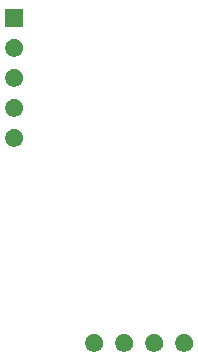
<source format=gbs>
G04 #@! TF.GenerationSoftware,KiCad,Pcbnew,(5.1.6-0-10_14)*
G04 #@! TF.CreationDate,2022-12-26T18:06:38+09:00*
G04 #@! TF.ProjectId,cool536trackballparts,636f6f6c-3533-4367-9472-61636b62616c,rev?*
G04 #@! TF.SameCoordinates,Original*
G04 #@! TF.FileFunction,Soldermask,Bot*
G04 #@! TF.FilePolarity,Negative*
%FSLAX46Y46*%
G04 Gerber Fmt 4.6, Leading zero omitted, Abs format (unit mm)*
G04 Created by KiCad (PCBNEW (5.1.6-0-10_14)) date 2022-12-26 18:06:38*
%MOMM*%
%LPD*%
G01*
G04 APERTURE LIST*
%ADD10C,0.100000*%
G04 APERTURE END LIST*
D10*
G36*
X51074425Y-69294599D02*
G01*
X51198621Y-69319302D01*
X51335022Y-69375801D01*
X51457779Y-69457825D01*
X51562175Y-69562221D01*
X51644199Y-69684978D01*
X51700698Y-69821379D01*
X51729500Y-69966181D01*
X51729500Y-70113819D01*
X51700698Y-70258621D01*
X51644199Y-70395022D01*
X51562175Y-70517779D01*
X51457779Y-70622175D01*
X51335022Y-70704199D01*
X51198621Y-70760698D01*
X51074425Y-70785401D01*
X51053820Y-70789500D01*
X50906180Y-70789500D01*
X50885575Y-70785401D01*
X50761379Y-70760698D01*
X50624978Y-70704199D01*
X50502221Y-70622175D01*
X50397825Y-70517779D01*
X50315801Y-70395022D01*
X50259302Y-70258621D01*
X50230500Y-70113819D01*
X50230500Y-69966181D01*
X50259302Y-69821379D01*
X50315801Y-69684978D01*
X50397825Y-69562221D01*
X50502221Y-69457825D01*
X50624978Y-69375801D01*
X50761379Y-69319302D01*
X50885575Y-69294599D01*
X50906180Y-69290500D01*
X51053820Y-69290500D01*
X51074425Y-69294599D01*
G37*
G36*
X48534425Y-69294599D02*
G01*
X48658621Y-69319302D01*
X48795022Y-69375801D01*
X48917779Y-69457825D01*
X49022175Y-69562221D01*
X49104199Y-69684978D01*
X49160698Y-69821379D01*
X49189500Y-69966181D01*
X49189500Y-70113819D01*
X49160698Y-70258621D01*
X49104199Y-70395022D01*
X49022175Y-70517779D01*
X48917779Y-70622175D01*
X48795022Y-70704199D01*
X48658621Y-70760698D01*
X48534425Y-70785401D01*
X48513820Y-70789500D01*
X48366180Y-70789500D01*
X48345575Y-70785401D01*
X48221379Y-70760698D01*
X48084978Y-70704199D01*
X47962221Y-70622175D01*
X47857825Y-70517779D01*
X47775801Y-70395022D01*
X47719302Y-70258621D01*
X47690500Y-70113819D01*
X47690500Y-69966181D01*
X47719302Y-69821379D01*
X47775801Y-69684978D01*
X47857825Y-69562221D01*
X47962221Y-69457825D01*
X48084978Y-69375801D01*
X48221379Y-69319302D01*
X48345575Y-69294599D01*
X48366180Y-69290500D01*
X48513820Y-69290500D01*
X48534425Y-69294599D01*
G37*
G36*
X45994425Y-69294599D02*
G01*
X46118621Y-69319302D01*
X46255022Y-69375801D01*
X46377779Y-69457825D01*
X46482175Y-69562221D01*
X46564199Y-69684978D01*
X46620698Y-69821379D01*
X46649500Y-69966181D01*
X46649500Y-70113819D01*
X46620698Y-70258621D01*
X46564199Y-70395022D01*
X46482175Y-70517779D01*
X46377779Y-70622175D01*
X46255022Y-70704199D01*
X46118621Y-70760698D01*
X45994425Y-70785401D01*
X45973820Y-70789500D01*
X45826180Y-70789500D01*
X45805575Y-70785401D01*
X45681379Y-70760698D01*
X45544978Y-70704199D01*
X45422221Y-70622175D01*
X45317825Y-70517779D01*
X45235801Y-70395022D01*
X45179302Y-70258621D01*
X45150500Y-70113819D01*
X45150500Y-69966181D01*
X45179302Y-69821379D01*
X45235801Y-69684978D01*
X45317825Y-69562221D01*
X45422221Y-69457825D01*
X45544978Y-69375801D01*
X45681379Y-69319302D01*
X45805575Y-69294599D01*
X45826180Y-69290500D01*
X45973820Y-69290500D01*
X45994425Y-69294599D01*
G37*
G36*
X43454425Y-69294599D02*
G01*
X43578621Y-69319302D01*
X43715022Y-69375801D01*
X43837779Y-69457825D01*
X43942175Y-69562221D01*
X44024199Y-69684978D01*
X44080698Y-69821379D01*
X44109500Y-69966181D01*
X44109500Y-70113819D01*
X44080698Y-70258621D01*
X44024199Y-70395022D01*
X43942175Y-70517779D01*
X43837779Y-70622175D01*
X43715022Y-70704199D01*
X43578621Y-70760698D01*
X43454425Y-70785401D01*
X43433820Y-70789500D01*
X43286180Y-70789500D01*
X43265575Y-70785401D01*
X43141379Y-70760698D01*
X43004978Y-70704199D01*
X42882221Y-70622175D01*
X42777825Y-70517779D01*
X42695801Y-70395022D01*
X42639302Y-70258621D01*
X42610500Y-70113819D01*
X42610500Y-69966181D01*
X42639302Y-69821379D01*
X42695801Y-69684978D01*
X42777825Y-69562221D01*
X42882221Y-69457825D01*
X43004978Y-69375801D01*
X43141379Y-69319302D01*
X43265575Y-69294599D01*
X43286180Y-69290500D01*
X43433820Y-69290500D01*
X43454425Y-69294599D01*
G37*
G36*
X36684425Y-51934599D02*
G01*
X36808621Y-51959302D01*
X36945022Y-52015801D01*
X37067779Y-52097825D01*
X37172175Y-52202221D01*
X37254199Y-52324978D01*
X37310698Y-52461379D01*
X37339500Y-52606181D01*
X37339500Y-52753819D01*
X37310698Y-52898621D01*
X37254199Y-53035022D01*
X37172175Y-53157779D01*
X37067779Y-53262175D01*
X36945022Y-53344199D01*
X36808621Y-53400698D01*
X36684425Y-53425401D01*
X36663820Y-53429500D01*
X36516180Y-53429500D01*
X36495575Y-53425401D01*
X36371379Y-53400698D01*
X36234978Y-53344199D01*
X36112221Y-53262175D01*
X36007825Y-53157779D01*
X35925801Y-53035022D01*
X35869302Y-52898621D01*
X35840500Y-52753819D01*
X35840500Y-52606181D01*
X35869302Y-52461379D01*
X35925801Y-52324978D01*
X36007825Y-52202221D01*
X36112221Y-52097825D01*
X36234978Y-52015801D01*
X36371379Y-51959302D01*
X36495575Y-51934599D01*
X36516180Y-51930500D01*
X36663820Y-51930500D01*
X36684425Y-51934599D01*
G37*
G36*
X36684425Y-49394599D02*
G01*
X36808621Y-49419302D01*
X36945022Y-49475801D01*
X37067779Y-49557825D01*
X37172175Y-49662221D01*
X37254199Y-49784978D01*
X37310698Y-49921379D01*
X37339500Y-50066181D01*
X37339500Y-50213819D01*
X37310698Y-50358621D01*
X37254199Y-50495022D01*
X37172175Y-50617779D01*
X37067779Y-50722175D01*
X36945022Y-50804199D01*
X36808621Y-50860698D01*
X36684425Y-50885401D01*
X36663820Y-50889500D01*
X36516180Y-50889500D01*
X36495575Y-50885401D01*
X36371379Y-50860698D01*
X36234978Y-50804199D01*
X36112221Y-50722175D01*
X36007825Y-50617779D01*
X35925801Y-50495022D01*
X35869302Y-50358621D01*
X35840500Y-50213819D01*
X35840500Y-50066181D01*
X35869302Y-49921379D01*
X35925801Y-49784978D01*
X36007825Y-49662221D01*
X36112221Y-49557825D01*
X36234978Y-49475801D01*
X36371379Y-49419302D01*
X36495575Y-49394599D01*
X36516180Y-49390500D01*
X36663820Y-49390500D01*
X36684425Y-49394599D01*
G37*
G36*
X36684425Y-46854599D02*
G01*
X36808621Y-46879302D01*
X36945022Y-46935801D01*
X37067779Y-47017825D01*
X37172175Y-47122221D01*
X37254199Y-47244978D01*
X37310698Y-47381379D01*
X37339500Y-47526181D01*
X37339500Y-47673819D01*
X37310698Y-47818621D01*
X37254199Y-47955022D01*
X37172175Y-48077779D01*
X37067779Y-48182175D01*
X36945022Y-48264199D01*
X36808621Y-48320698D01*
X36684425Y-48345401D01*
X36663820Y-48349500D01*
X36516180Y-48349500D01*
X36495575Y-48345401D01*
X36371379Y-48320698D01*
X36234978Y-48264199D01*
X36112221Y-48182175D01*
X36007825Y-48077779D01*
X35925801Y-47955022D01*
X35869302Y-47818621D01*
X35840500Y-47673819D01*
X35840500Y-47526181D01*
X35869302Y-47381379D01*
X35925801Y-47244978D01*
X36007825Y-47122221D01*
X36112221Y-47017825D01*
X36234978Y-46935801D01*
X36371379Y-46879302D01*
X36495575Y-46854599D01*
X36516180Y-46850500D01*
X36663820Y-46850500D01*
X36684425Y-46854599D01*
G37*
G36*
X36684425Y-44314599D02*
G01*
X36808621Y-44339302D01*
X36945022Y-44395801D01*
X37067779Y-44477825D01*
X37172175Y-44582221D01*
X37254199Y-44704978D01*
X37310698Y-44841379D01*
X37339500Y-44986181D01*
X37339500Y-45133819D01*
X37310698Y-45278621D01*
X37254199Y-45415022D01*
X37172175Y-45537779D01*
X37067779Y-45642175D01*
X36945022Y-45724199D01*
X36808621Y-45780698D01*
X36684425Y-45805401D01*
X36663820Y-45809500D01*
X36516180Y-45809500D01*
X36495575Y-45805401D01*
X36371379Y-45780698D01*
X36234978Y-45724199D01*
X36112221Y-45642175D01*
X36007825Y-45537779D01*
X35925801Y-45415022D01*
X35869302Y-45278621D01*
X35840500Y-45133819D01*
X35840500Y-44986181D01*
X35869302Y-44841379D01*
X35925801Y-44704978D01*
X36007825Y-44582221D01*
X36112221Y-44477825D01*
X36234978Y-44395801D01*
X36371379Y-44339302D01*
X36495575Y-44314599D01*
X36516180Y-44310500D01*
X36663820Y-44310500D01*
X36684425Y-44314599D01*
G37*
G36*
X37339500Y-43269500D02*
G01*
X35840500Y-43269500D01*
X35840500Y-41770500D01*
X37339500Y-41770500D01*
X37339500Y-43269500D01*
G37*
M02*

</source>
